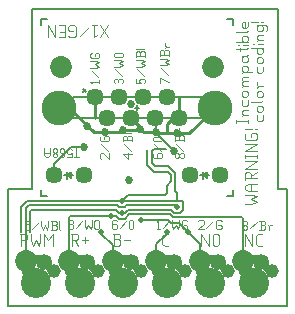
<source format=gbr>
G04 This is an RS-274x file exported by *
G04 gerbv version 2.7.0 *
G04 More information is available about gerbv at *
G04 http://gerbv.geda-project.org/ *
G04 --End of header info--*
%MOIN*%
%FSLAX36Y36*%
%IPPOS*%
G04 --Define apertures--*
%ADD10C,0.0060*%
%ADD11C,0.0030*%
%ADD12C,0.0040*%
%ADD13C,0.0050*%
%ADD14C,0.0100*%
%ADD15C,0.0250*%
%ADD16C,0.0945*%
%ADD17C,0.0669*%
%ADD18C,0.0472*%
%ADD19C,0.0394*%
%ADD20C,0.1102*%
%ADD21C,0.0512*%
%ADD22C,0.0270*%
%ADD23C,0.0200*%
%ADD24C,0.0130*%
%ADD25C,0.0787*%
%ADD26C,0.0492*%
%ADD27C,0.0295*%
%ADD28C,0.0197*%
%ADD29C,0.0354*%
%ADD30C,0.1005*%
%ADD31C,0.0729*%
%ADD32C,0.0532*%
%ADD33C,0.0454*%
%ADD34C,0.1162*%
%ADD35C,0.0572*%
%ADD36C,0.0790*%
%ADD37C,0.0490*%
%ADD38C,0.0300*%
%ADD39C,0.0510*%
%ADD40C,0.0940*%
%ADD41C,0.0350*%
G04 --Start main section--*
G54D10*
G01X0307530Y0727620D02*
G01X0291780Y0743370D01*
G01X0307530Y0743370D02*
G01X0291780Y0727620D01*
G54D11*
G01X0230920Y0533940D02*
G01X0245920Y0533940D01*
G01X0238420Y0563940D02*
G01X0238420Y0533940D01*
G01X0206920Y0533940D02*
G01X0221920Y0533940D01*
G01X0221920Y0548940D02*
G01X0221920Y0533940D01*
G01X0221920Y0548940D02*
G01X0218170Y0545190D01*
G01X0210670Y0545190D02*
G01X0218170Y0545190D01*
G01X0210670Y0545190D02*
G01X0206920Y0548940D01*
G01X0206920Y0560190D02*
G01X0206920Y0548940D01*
G01X0210670Y0563940D02*
G01X0206920Y0560190D01*
G01X0210670Y0563940D02*
G01X0218170Y0563940D01*
G01X0221920Y0560190D02*
G01X0218170Y0563940D01*
G01X0186670Y0533940D02*
G01X0182920Y0537690D01*
G01X0186670Y0533940D02*
G01X0194170Y0533940D01*
G01X0197920Y0537690D02*
G01X0194170Y0533940D01*
G01X0197920Y0560190D02*
G01X0197920Y0537690D01*
G01X0197920Y0560190D02*
G01X0194170Y0563940D01*
G01X0186670Y0547440D02*
G01X0182920Y0551190D01*
G01X0186670Y0547440D02*
G01X0197920Y0547440D01*
G01X0186670Y0563940D02*
G01X0194170Y0563940D01*
G01X0186670Y0563940D02*
G01X0182920Y0560190D01*
G01X0182920Y0560190D02*
G01X0182920Y0551190D01*
G01X0173920Y0560190D02*
G01X0170170Y0563940D01*
G01X0173920Y0560190D02*
G01X0173920Y0554190D01*
G01X0173920Y0554190D02*
G01X0168670Y0548940D01*
G01X0164170Y0548940D02*
G01X0168670Y0548940D01*
G01X0164170Y0548940D02*
G01X0158920Y0554190D01*
G01X0158920Y0560190D02*
G01X0158920Y0554190D01*
G01X0162670Y0563940D02*
G01X0158920Y0560190D01*
G01X0162670Y0563940D02*
G01X0170170Y0563940D01*
G01X0173920Y0543690D02*
G01X0168670Y0548940D01*
G01X0173920Y0543690D02*
G01X0173920Y0537690D01*
G01X0173920Y0537690D02*
G01X0170170Y0533940D01*
G01X0162670Y0533940D02*
G01X0170170Y0533940D01*
G01X0162670Y0533940D02*
G01X0158920Y0537690D01*
G01X0158920Y0543690D02*
G01X0158920Y0537690D01*
G01X0164170Y0548940D02*
G01X0158920Y0543690D01*
G01X0149920Y0563940D02*
G01X0149920Y0541440D01*
G01X0149920Y0541440D02*
G01X0144670Y0533940D01*
G01X0136420Y0533940D02*
G01X0144670Y0533940D01*
G01X0136420Y0533940D02*
G01X0131170Y0541440D01*
G01X0131170Y0563940D02*
G01X0131170Y0541440D01*
G01X0131170Y0548940D02*
G01X0149920Y0548940D01*
G01X0319570Y0529000D02*
G01X0315820Y0532750D01*
G01X0315820Y0544000D02*
G01X0315820Y0532750D01*
G01X0315820Y0544000D02*
G01X0319570Y0547750D01*
G01X0319570Y0547750D02*
G01X0327070Y0547750D01*
G01X0345820Y0529000D02*
G01X0327070Y0547750D01*
G01X0345820Y0547750D02*
G01X0345820Y0529000D01*
G01X0342070Y0556750D02*
G01X0319570Y0579250D01*
G01X0315820Y0603250D02*
G01X0319570Y0607000D01*
G01X0315820Y0603250D02*
G01X0315820Y0592000D01*
G01X0319570Y0588250D02*
G01X0315820Y0592000D01*
G01X0319570Y0588250D02*
G01X0342070Y0588250D01*
G01X0342070Y0588250D02*
G01X0345820Y0592000D01*
G01X0345820Y0603250D02*
G01X0345820Y0592000D01*
G01X0345820Y0603250D02*
G01X0342070Y0607000D01*
G01X0334570Y0607000D02*
G01X0342070Y0607000D01*
G01X0330820Y0603250D02*
G01X0334570Y0607000D01*
G01X0330820Y0603250D02*
G01X0330820Y0595750D01*
G01X0411140Y0529000D02*
G01X0392390Y0544000D01*
G01X0411140Y0547750D02*
G01X0411140Y0529000D01*
G01X0392390Y0544000D02*
G01X0422390Y0544000D01*
G01X0418640Y0556750D02*
G01X0396140Y0579250D01*
G01X0422390Y0603250D02*
G01X0422390Y0588250D01*
G01X0422390Y0603250D02*
G01X0418640Y0607000D01*
G01X0409640Y0607000D02*
G01X0418640Y0607000D01*
G01X0405890Y0603250D02*
G01X0409640Y0607000D01*
G01X0405890Y0603250D02*
G01X0405890Y0592000D01*
G01X0392390Y0592000D02*
G01X0422390Y0592000D01*
G01X0392390Y0603250D02*
G01X0392390Y0588250D01*
G01X0392390Y0603250D02*
G01X0396140Y0607000D01*
G01X0396140Y0607000D02*
G01X0402140Y0607000D01*
G01X0405890Y0603250D02*
G01X0402140Y0607000D01*
G01X0392390Y0616000D02*
G01X0418640Y0616000D01*
G01X0418640Y0616000D02*
G01X0422390Y0619750D01*
G01X0493970Y0544180D02*
G01X0497720Y0547930D01*
G01X0493970Y0544180D02*
G01X0493970Y0536680D01*
G01X0497720Y0532930D02*
G01X0493970Y0536680D01*
G01X0497720Y0532930D02*
G01X0520220Y0532930D01*
G01X0520220Y0532930D02*
G01X0523970Y0536680D01*
G01X0507470Y0544180D02*
G01X0511220Y0547930D01*
G01X0507470Y0544180D02*
G01X0507470Y0532930D01*
G01X0523970Y0544180D02*
G01X0523970Y0536680D01*
G01X0523970Y0544180D02*
G01X0520220Y0547930D01*
G01X0511220Y0547930D02*
G01X0520220Y0547930D01*
G01X0520220Y0556930D02*
G01X0497720Y0579430D01*
G01X0497720Y0588430D02*
G01X0520220Y0588430D01*
G01X0497720Y0588430D02*
G01X0493970Y0592180D01*
G01X0493970Y0599680D02*
G01X0493970Y0592180D01*
G01X0493970Y0599680D02*
G01X0497720Y0603430D01*
G01X0497720Y0603430D02*
G01X0520220Y0603430D01*
G01X0523970Y0599680D02*
G01X0520220Y0603430D01*
G01X0523970Y0599680D02*
G01X0523970Y0592180D01*
G01X0520220Y0588430D02*
G01X0523970Y0592180D01*
G01X0592860Y0532930D02*
G01X0596610Y0536680D01*
G01X0586860Y0532930D02*
G01X0592860Y0532930D01*
G01X0586860Y0532930D02*
G01X0581610Y0538180D01*
G01X0581610Y0542680D02*
G01X0581610Y0538180D01*
G01X0581610Y0542680D02*
G01X0586860Y0547930D01*
G01X0586860Y0547930D02*
G01X0592860Y0547930D01*
G01X0596610Y0544180D02*
G01X0592860Y0547930D01*
G01X0596610Y0544180D02*
G01X0596610Y0536680D01*
G01X0576360Y0532930D02*
G01X0581610Y0538180D01*
G01X0570360Y0532930D02*
G01X0576360Y0532930D01*
G01X0570360Y0532930D02*
G01X0566610Y0536680D01*
G01X0566610Y0544180D02*
G01X0566610Y0536680D01*
G01X0566610Y0544180D02*
G01X0570360Y0547930D01*
G01X0570360Y0547930D02*
G01X0576360Y0547930D01*
G01X0581610Y0542680D02*
G01X0576360Y0547930D01*
G01X0592860Y0556930D02*
G01X0570360Y0579430D01*
G01X0596610Y0603430D02*
G01X0596610Y0588430D01*
G01X0596610Y0603430D02*
G01X0592860Y0607180D01*
G01X0583860Y0607180D02*
G01X0592860Y0607180D01*
G01X0580110Y0603430D02*
G01X0583860Y0607180D01*
G01X0580110Y0603430D02*
G01X0580110Y0592180D01*
G01X0566610Y0592180D02*
G01X0596610Y0592180D01*
G01X0566610Y0603430D02*
G01X0566610Y0588430D01*
G01X0566610Y0603430D02*
G01X0570360Y0607180D01*
G01X0570360Y0607180D02*
G01X0576360Y0607180D01*
G01X0580110Y0603430D02*
G01X0576360Y0607180D01*
G01X0585360Y0619930D02*
G01X0596610Y0619930D01*
G01X0585360Y0619930D02*
G01X0581610Y0623680D01*
G01X0581610Y0631180D02*
G01X0581610Y0623680D01*
G01X0581610Y0616180D02*
G01X0585360Y0619930D01*
G54D12*
G01X0800000Y0280000D02*
G01X0800000Y0240000D01*
G01X0800000Y0280000D02*
G01X0825000Y0240000D01*
G01X0825000Y0280000D02*
G01X0825000Y0240000D01*
G01X0844000Y0240000D02*
G01X0857000Y0240000D01*
G01X0837000Y0247000D02*
G01X0844000Y0240000D01*
G01X0837000Y0273000D02*
G01X0837000Y0247000D01*
G01X0837000Y0273000D02*
G01X0844000Y0280000D01*
G01X0844000Y0280000D02*
G01X0857000Y0280000D01*
G54D11*
G01X0792930Y0297140D02*
G01X0796680Y0293390D01*
G01X0792930Y0303140D02*
G01X0792930Y0297140D01*
G01X0792930Y0303140D02*
G01X0798180Y0308390D01*
G01X0798180Y0308390D02*
G01X0802680Y0308390D01*
G01X0802680Y0308390D02*
G01X0807930Y0303140D01*
G01X0807930Y0303140D02*
G01X0807930Y0297140D01*
G01X0804180Y0293390D02*
G01X0807930Y0297140D01*
G01X0796680Y0293390D02*
G01X0804180Y0293390D01*
G01X0792930Y0313640D02*
G01X0798180Y0308390D01*
G01X0792930Y0319640D02*
G01X0792930Y0313640D01*
G01X0792930Y0319640D02*
G01X0796680Y0323390D01*
G01X0796680Y0323390D02*
G01X0804180Y0323390D01*
G01X0804180Y0323390D02*
G01X0807930Y0319640D01*
G01X0807930Y0319640D02*
G01X0807930Y0313640D01*
G01X0802680Y0308390D02*
G01X0807930Y0313640D01*
G01X0816930Y0297140D02*
G01X0839430Y0319640D01*
G01X0848430Y0293390D02*
G01X0863430Y0293390D01*
G01X0863430Y0293390D02*
G01X0867180Y0297140D01*
G01X0867180Y0306140D02*
G01X0867180Y0297140D01*
G01X0863430Y0309890D02*
G01X0867180Y0306140D01*
G01X0852180Y0309890D02*
G01X0863430Y0309890D01*
G01X0852180Y0323390D02*
G01X0852180Y0293390D01*
G01X0848430Y0323390D02*
G01X0863430Y0323390D01*
G01X0863430Y0323390D02*
G01X0867180Y0319640D01*
G01X0867180Y0319640D02*
G01X0867180Y0313640D01*
G01X0863430Y0309890D02*
G01X0867180Y0313640D01*
G01X0879930Y0304640D02*
G01X0879930Y0293390D01*
G01X0879930Y0304640D02*
G01X0883680Y0308390D01*
G01X0883680Y0308390D02*
G01X0891180Y0308390D01*
G01X0876180Y0308390D02*
G01X0879930Y0304640D01*
G54D12*
G01X0800000Y0380000D02*
G01X0820000Y0380000D01*
G01X0820000Y0380000D02*
G01X0840000Y0385000D01*
G01X0840000Y0385000D02*
G01X0820000Y0395000D01*
G01X0820000Y0395000D02*
G01X0840000Y0405000D01*
G01X0840000Y0405000D02*
G01X0820000Y0410000D01*
G01X0800000Y0410000D02*
G01X0820000Y0410000D01*
G01X0810000Y0422000D02*
G01X0840000Y0422000D01*
G01X0810000Y0422000D02*
G01X0800000Y0429000D01*
G01X0800000Y0440000D02*
G01X0800000Y0429000D01*
G01X0800000Y0440000D02*
G01X0810000Y0447000D01*
G01X0810000Y0447000D02*
G01X0840000Y0447000D01*
G01X0820000Y0447000D02*
G01X0820000Y0422000D01*
G01X0800000Y0479000D02*
G01X0800000Y0459000D01*
G01X0800000Y0479000D02*
G01X0805000Y0484000D01*
G01X0805000Y0484000D02*
G01X0815000Y0484000D01*
G01X0820000Y0479000D02*
G01X0815000Y0484000D01*
G01X0820000Y0479000D02*
G01X0820000Y0464000D01*
G01X0800000Y0464000D02*
G01X0840000Y0464000D01*
G01X0820000Y0472000D02*
G01X0840000Y0484000D01*
G01X0800000Y0496000D02*
G01X0840000Y0496000D01*
G01X0800000Y0496000D02*
G01X0840000Y0521000D01*
G01X0800000Y0521000D02*
G01X0840000Y0521000D01*
G01X0800000Y0543000D02*
G01X0800000Y0533000D01*
G01X0800000Y0538000D02*
G01X0840000Y0538000D01*
G01X0840000Y0543000D02*
G01X0840000Y0533000D01*
G01X0800000Y0555000D02*
G01X0840000Y0555000D01*
G01X0800000Y0555000D02*
G01X0840000Y0580000D01*
G01X0800000Y0580000D02*
G01X0840000Y0580000D01*
G01X0800000Y0612000D02*
G01X0805000Y0617000D01*
G01X0800000Y0612000D02*
G01X0800000Y0597000D01*
G01X0805000Y0592000D02*
G01X0800000Y0597000D01*
G01X0805000Y0592000D02*
G01X0835000Y0592000D01*
G01X0835000Y0592000D02*
G01X0840000Y0597000D01*
G01X0840000Y0612000D02*
G01X0840000Y0597000D01*
G01X0840000Y0612000D02*
G01X0835000Y0617000D01*
G01X0825000Y0617000D02*
G01X0835000Y0617000D01*
G01X0820000Y0612000D02*
G01X0825000Y0617000D01*
G01X0820000Y0612000D02*
G01X0820000Y0602000D01*
G01X0835000Y0629000D02*
G01X0840000Y0629000D01*
G01X0800000Y0629000D02*
G01X0825000Y0629000D01*
G01X0655000Y0280000D02*
G01X0655000Y0240000D01*
G01X0655000Y0280000D02*
G01X0680000Y0240000D01*
G01X0680000Y0280000D02*
G01X0680000Y0240000D01*
G01X0692000Y0275000D02*
G01X0692000Y0245000D01*
G01X0692000Y0275000D02*
G01X0697000Y0280000D01*
G01X0697000Y0280000D02*
G01X0707000Y0280000D01*
G01X0707000Y0280000D02*
G01X0712000Y0275000D01*
G01X0712000Y0275000D02*
G01X0712000Y0245000D01*
G01X0707000Y0240000D02*
G01X0712000Y0245000D01*
G01X0697000Y0240000D02*
G01X0707000Y0240000D01*
G01X0692000Y0245000D02*
G01X0697000Y0240000D01*
G01X0532000Y0240000D02*
G01X0545000Y0240000D01*
G01X0525000Y0247000D02*
G01X0532000Y0240000D01*
G01X0525000Y0273000D02*
G01X0525000Y0247000D01*
G01X0525000Y0273000D02*
G01X0532000Y0280000D01*
G01X0532000Y0280000D02*
G01X0545000Y0280000D01*
G01X0360000Y0240000D02*
G01X0380000Y0240000D01*
G01X0380000Y0240000D02*
G01X0385000Y0245000D01*
G01X0385000Y0257000D02*
G01X0385000Y0245000D01*
G01X0380000Y0262000D02*
G01X0385000Y0257000D01*
G01X0365000Y0262000D02*
G01X0380000Y0262000D01*
G01X0365000Y0280000D02*
G01X0365000Y0240000D01*
G01X0360000Y0280000D02*
G01X0380000Y0280000D01*
G01X0380000Y0280000D02*
G01X0385000Y0275000D01*
G01X0385000Y0275000D02*
G01X0385000Y0267000D01*
G01X0380000Y0262000D02*
G01X0385000Y0267000D01*
G01X0397000Y0260000D02*
G01X0417000Y0260000D01*
G01X0220000Y0280000D02*
G01X0240000Y0280000D01*
G01X0240000Y0280000D02*
G01X0245000Y0275000D01*
G01X0245000Y0275000D02*
G01X0245000Y0265000D01*
G01X0240000Y0260000D02*
G01X0245000Y0265000D01*
G01X0225000Y0260000D02*
G01X0240000Y0260000D01*
G01X0225000Y0280000D02*
G01X0225000Y0240000D01*
G01X0233000Y0260000D02*
G01X0245000Y0240000D01*
G01X0257000Y0260000D02*
G01X0277000Y0260000D01*
G01X0267000Y0270000D02*
G01X0267000Y0250000D01*
G01X0055000Y0280000D02*
G01X0055000Y0240000D01*
G01X0050000Y0280000D02*
G01X0070000Y0280000D01*
G01X0070000Y0280000D02*
G01X0075000Y0275000D01*
G01X0075000Y0275000D02*
G01X0075000Y0265000D01*
G01X0070000Y0260000D02*
G01X0075000Y0265000D01*
G01X0055000Y0260000D02*
G01X0070000Y0260000D01*
G01X0087000Y0280000D02*
G01X0087000Y0260000D01*
G01X0087000Y0260000D02*
G01X0092000Y0240000D01*
G01X0092000Y0240000D02*
G01X0102000Y0260000D01*
G01X0102000Y0260000D02*
G01X0112000Y0240000D01*
G01X0112000Y0240000D02*
G01X0117000Y0260000D01*
G01X0117000Y0280000D02*
G01X0117000Y0260000D01*
G01X0129000Y0280000D02*
G01X0129000Y0240000D01*
G01X0129000Y0280000D02*
G01X0144000Y0260000D01*
G01X0144000Y0260000D02*
G01X0159000Y0280000D01*
G01X0159000Y0280000D02*
G01X0159000Y0240000D01*
G54D11*
G01X0211360Y0321610D02*
G01X0215110Y0325360D01*
G01X0215110Y0325360D02*
G01X0222610Y0325360D01*
G01X0222610Y0325360D02*
G01X0226360Y0321610D01*
G01X0222610Y0295360D02*
G01X0226360Y0299110D01*
G01X0215110Y0295360D02*
G01X0222610Y0295360D01*
G01X0211360Y0299110D02*
G01X0215110Y0295360D01*
G01X0215110Y0311860D02*
G01X0222610Y0311860D01*
G01X0226360Y0321610D02*
G01X0226360Y0315610D01*
G01X0226360Y0308110D02*
G01X0226360Y0299110D01*
G01X0226360Y0308110D02*
G01X0222610Y0311860D01*
G01X0226360Y0315610D02*
G01X0222610Y0311860D01*
G01X0235360Y0299110D02*
G01X0257860Y0321610D01*
G01X0266860Y0325360D02*
G01X0266860Y0310360D01*
G01X0266860Y0310360D02*
G01X0270610Y0295360D01*
G01X0270610Y0295360D02*
G01X0278110Y0310360D01*
G01X0278110Y0310360D02*
G01X0285610Y0295360D01*
G01X0285610Y0295360D02*
G01X0289360Y0310360D01*
G01X0289360Y0325360D02*
G01X0289360Y0310360D01*
G01X0298360Y0321610D02*
G01X0298360Y0299110D01*
G01X0298360Y0321610D02*
G01X0302110Y0325360D01*
G01X0302110Y0325360D02*
G01X0309610Y0325360D01*
G01X0309610Y0325360D02*
G01X0313360Y0321610D01*
G01X0313360Y0321610D02*
G01X0313360Y0299110D01*
G01X0309610Y0295360D02*
G01X0313360Y0299110D01*
G01X0302110Y0295360D02*
G01X0309610Y0295360D01*
G01X0298360Y0299110D02*
G01X0302110Y0295360D01*
G01X0066360Y0322720D02*
G01X0081360Y0322720D01*
G01X0066360Y0322720D02*
G01X0066360Y0307720D01*
G01X0066360Y0307720D02*
G01X0070110Y0311470D01*
G01X0070110Y0311470D02*
G01X0077610Y0311470D01*
G01X0077610Y0311470D02*
G01X0081360Y0307720D01*
G01X0081360Y0307720D02*
G01X0081360Y0296470D01*
G01X0077610Y0292720D02*
G01X0081360Y0296470D01*
G01X0070110Y0292720D02*
G01X0077610Y0292720D01*
G01X0066360Y0296470D02*
G01X0070110Y0292720D01*
G01X0090360Y0296470D02*
G01X0112860Y0318970D01*
G01X0121860Y0322720D02*
G01X0121860Y0307720D01*
G01X0121860Y0307720D02*
G01X0125610Y0292720D01*
G01X0125610Y0292720D02*
G01X0133110Y0307720D01*
G01X0133110Y0307720D02*
G01X0140610Y0292720D01*
G01X0140610Y0292720D02*
G01X0144360Y0307720D01*
G01X0144360Y0322720D02*
G01X0144360Y0307720D01*
G01X0153360Y0292720D02*
G01X0168360Y0292720D01*
G01X0168360Y0292720D02*
G01X0172110Y0296470D01*
G01X0172110Y0305470D02*
G01X0172110Y0296470D01*
G01X0168360Y0309220D02*
G01X0172110Y0305470D01*
G01X0157110Y0309220D02*
G01X0168360Y0309220D01*
G01X0157110Y0322720D02*
G01X0157110Y0292720D01*
G01X0153360Y0322720D02*
G01X0168360Y0322720D01*
G01X0168360Y0322720D02*
G01X0172110Y0318970D01*
G01X0172110Y0318970D02*
G01X0172110Y0312970D01*
G01X0168360Y0309220D02*
G01X0172110Y0312970D01*
G01X0181110Y0322720D02*
G01X0181110Y0296470D01*
G01X0181110Y0296470D02*
G01X0184860Y0292720D01*
G01X0369180Y0326030D02*
G01X0372930Y0322280D01*
G01X0361680Y0326030D02*
G01X0369180Y0326030D01*
G01X0357930Y0322280D02*
G01X0361680Y0326030D01*
G01X0357930Y0322280D02*
G01X0357930Y0299780D01*
G01X0357930Y0299780D02*
G01X0361680Y0296030D01*
G01X0369180Y0312530D02*
G01X0372930Y0308780D01*
G01X0357930Y0312530D02*
G01X0369180Y0312530D01*
G01X0361680Y0296030D02*
G01X0369180Y0296030D01*
G01X0369180Y0296030D02*
G01X0372930Y0299780D01*
G01X0372930Y0308780D02*
G01X0372930Y0299780D01*
G01X0381930Y0299780D02*
G01X0404430Y0322280D01*
G01X0413430Y0322280D02*
G01X0413430Y0299780D01*
G01X0413430Y0322280D02*
G01X0417180Y0326030D01*
G01X0417180Y0326030D02*
G01X0424680Y0326030D01*
G01X0424680Y0326030D02*
G01X0428430Y0322280D01*
G01X0428430Y0322280D02*
G01X0428430Y0299780D01*
G01X0424680Y0296030D02*
G01X0428430Y0299780D01*
G01X0417180Y0296030D02*
G01X0424680Y0296030D01*
G01X0413430Y0299780D02*
G01X0417180Y0296030D01*
G01X0505770Y0318890D02*
G01X0511770Y0324890D01*
G01X0511770Y0324890D02*
G01X0511770Y0294890D01*
G01X0505770Y0294890D02*
G01X0517020Y0294890D01*
G01X0526020Y0298640D02*
G01X0548520Y0321140D01*
G01X0557520Y0324890D02*
G01X0557520Y0309890D01*
G01X0557520Y0309890D02*
G01X0561270Y0294890D01*
G01X0561270Y0294890D02*
G01X0568770Y0309890D01*
G01X0568770Y0309890D02*
G01X0576270Y0294890D01*
G01X0576270Y0294890D02*
G01X0580020Y0309890D01*
G01X0580020Y0324890D02*
G01X0580020Y0309890D01*
G01X0604020Y0324890D02*
G01X0607770Y0321140D01*
G01X0592770Y0324890D02*
G01X0604020Y0324890D01*
G01X0589020Y0321140D02*
G01X0592770Y0324890D01*
G01X0589020Y0321140D02*
G01X0589020Y0298640D01*
G01X0589020Y0298640D02*
G01X0592770Y0294890D01*
G01X0592770Y0294890D02*
G01X0604020Y0294890D01*
G01X0604020Y0294890D02*
G01X0607770Y0298640D01*
G01X0607770Y0306140D02*
G01X0607770Y0298640D01*
G01X0604020Y0309890D02*
G01X0607770Y0306140D01*
G01X0596520Y0309890D02*
G01X0604020Y0309890D01*
G01X0644000Y0320430D02*
G01X0647750Y0324180D01*
G01X0647750Y0324180D02*
G01X0659000Y0324180D01*
G01X0659000Y0324180D02*
G01X0662750Y0320430D01*
G01X0662750Y0320430D02*
G01X0662750Y0312930D01*
G01X0644000Y0294180D02*
G01X0662750Y0312930D01*
G01X0644000Y0294180D02*
G01X0662750Y0294180D01*
G01X0671750Y0297930D02*
G01X0694250Y0320430D01*
G01X0718250Y0324180D02*
G01X0722000Y0320430D01*
G01X0707000Y0324180D02*
G01X0718250Y0324180D01*
G01X0703250Y0320430D02*
G01X0707000Y0324180D01*
G01X0703250Y0320430D02*
G01X0703250Y0297930D01*
G01X0703250Y0297930D02*
G01X0707000Y0294180D01*
G01X0707000Y0294180D02*
G01X0718250Y0294180D01*
G01X0718250Y0294180D02*
G01X0722000Y0297930D01*
G01X0722000Y0305430D02*
G01X0722000Y0297930D01*
G01X0718250Y0309180D02*
G01X0722000Y0305430D01*
G01X0710750Y0309180D02*
G01X0718250Y0309180D01*
G01X0291110Y0780770D02*
G01X0285110Y0786770D01*
G01X0285110Y0786770D02*
G01X0315110Y0786770D01*
G01X0315110Y0792020D02*
G01X0315110Y0780770D01*
G01X0311360Y0801020D02*
G01X0288860Y0823520D01*
G01X0285110Y0832520D02*
G01X0300110Y0832520D01*
G01X0300110Y0832520D02*
G01X0315110Y0836270D01*
G01X0315110Y0836270D02*
G01X0300110Y0843770D01*
G01X0300110Y0843770D02*
G01X0315110Y0851270D01*
G01X0315110Y0851270D02*
G01X0300110Y0855020D01*
G01X0285110Y0855020D02*
G01X0300110Y0855020D01*
G01X0285110Y0879020D02*
G01X0288860Y0882770D01*
G01X0285110Y0879020D02*
G01X0285110Y0867770D01*
G01X0288860Y0864020D02*
G01X0285110Y0867770D01*
G01X0288860Y0864020D02*
G01X0311360Y0864020D01*
G01X0311360Y0864020D02*
G01X0315110Y0867770D01*
G01X0315110Y0879020D02*
G01X0315110Y0867770D01*
G01X0315110Y0879020D02*
G01X0311360Y0882770D01*
G01X0303860Y0882770D02*
G01X0311360Y0882770D01*
G01X0300110Y0879020D02*
G01X0303860Y0882770D01*
G01X0300110Y0879020D02*
G01X0300110Y0871520D01*
G01X0368390Y0781360D02*
G01X0364640Y0785110D01*
G01X0364640Y0792610D02*
G01X0364640Y0785110D01*
G01X0364640Y0792610D02*
G01X0368390Y0796360D01*
G01X0394640Y0792610D02*
G01X0390890Y0796360D01*
G01X0394640Y0792610D02*
G01X0394640Y0785110D01*
G01X0390890Y0781360D02*
G01X0394640Y0785110D01*
G01X0378140Y0792610D02*
G01X0378140Y0785110D01*
G01X0368390Y0796360D02*
G01X0374390Y0796360D01*
G01X0381890Y0796360D02*
G01X0390890Y0796360D01*
G01X0381890Y0796360D02*
G01X0378140Y0792610D01*
G01X0374390Y0796360D02*
G01X0378140Y0792610D01*
G01X0390890Y0805360D02*
G01X0368390Y0827860D01*
G01X0364640Y0836860D02*
G01X0379640Y0836860D01*
G01X0379640Y0836860D02*
G01X0394640Y0840610D01*
G01X0394640Y0840610D02*
G01X0379640Y0848110D01*
G01X0379640Y0848110D02*
G01X0394640Y0855610D01*
G01X0394640Y0855610D02*
G01X0379640Y0859360D01*
G01X0364640Y0859360D02*
G01X0379640Y0859360D01*
G01X0368390Y0868360D02*
G01X0390890Y0868360D01*
G01X0368390Y0868360D02*
G01X0364640Y0872110D01*
G01X0364640Y0879610D02*
G01X0364640Y0872110D01*
G01X0364640Y0879610D02*
G01X0368390Y0883360D01*
G01X0368390Y0883360D02*
G01X0390890Y0883360D01*
G01X0394640Y0879610D02*
G01X0390890Y0883360D01*
G01X0394640Y0879610D02*
G01X0394640Y0872110D01*
G01X0390890Y0868360D02*
G01X0394640Y0872110D01*
G01X0437280Y0796360D02*
G01X0437280Y0781360D01*
G01X0437280Y0781360D02*
G01X0452280Y0781360D01*
G01X0452280Y0781360D02*
G01X0448530Y0785110D01*
G01X0448530Y0792610D02*
G01X0448530Y0785110D01*
G01X0448530Y0792610D02*
G01X0452280Y0796360D01*
G01X0452280Y0796360D02*
G01X0463530Y0796360D01*
G01X0467280Y0792610D02*
G01X0463530Y0796360D01*
G01X0467280Y0792610D02*
G01X0467280Y0785110D01*
G01X0463530Y0781360D02*
G01X0467280Y0785110D01*
G01X0463530Y0805360D02*
G01X0441030Y0827860D01*
G01X0437280Y0836860D02*
G01X0452280Y0836860D01*
G01X0452280Y0836860D02*
G01X0467280Y0840610D01*
G01X0467280Y0840610D02*
G01X0452280Y0848110D01*
G01X0452280Y0848110D02*
G01X0467280Y0855610D01*
G01X0467280Y0855610D02*
G01X0452280Y0859360D01*
G01X0437280Y0859360D02*
G01X0452280Y0859360D01*
G01X0467280Y0883360D02*
G01X0467280Y0868360D01*
G01X0467280Y0883360D02*
G01X0463530Y0887110D01*
G01X0454530Y0887110D02*
G01X0463530Y0887110D01*
G01X0450780Y0883360D02*
G01X0454530Y0887110D01*
G01X0450780Y0883360D02*
G01X0450780Y0872110D01*
G01X0437280Y0872110D02*
G01X0467280Y0872110D01*
G01X0437280Y0883360D02*
G01X0437280Y0868360D01*
G01X0437280Y0883360D02*
G01X0441030Y0887110D01*
G01X0441030Y0887110D02*
G01X0447030Y0887110D01*
G01X0450780Y0883360D02*
G01X0447030Y0887110D01*
G01X0437280Y0896110D02*
G01X0463530Y0896110D01*
G01X0463530Y0896110D02*
G01X0467280Y0899860D01*
G01X0547790Y0785110D02*
G01X0517790Y0800110D01*
G01X0517790Y0800110D02*
G01X0517790Y0781360D01*
G01X0544040Y0809110D02*
G01X0521540Y0831610D01*
G01X0517790Y0840610D02*
G01X0532790Y0840610D01*
G01X0532790Y0840610D02*
G01X0547790Y0844360D01*
G01X0547790Y0844360D02*
G01X0532790Y0851860D01*
G01X0532790Y0851860D02*
G01X0547790Y0859360D01*
G01X0547790Y0859360D02*
G01X0532790Y0863110D01*
G01X0517790Y0863110D02*
G01X0532790Y0863110D01*
G01X0547790Y0887110D02*
G01X0547790Y0872110D01*
G01X0547790Y0887110D02*
G01X0544040Y0890860D01*
G01X0535040Y0890860D02*
G01X0544040Y0890860D01*
G01X0531290Y0887110D02*
G01X0535040Y0890860D01*
G01X0531290Y0887110D02*
G01X0531290Y0875860D01*
G01X0517790Y0875860D02*
G01X0547790Y0875860D01*
G01X0517790Y0887110D02*
G01X0517790Y0872110D01*
G01X0517790Y0887110D02*
G01X0521540Y0890860D01*
G01X0521540Y0890860D02*
G01X0527540Y0890860D01*
G01X0531290Y0887110D02*
G01X0527540Y0890860D01*
G01X0536540Y0903610D02*
G01X0547790Y0903610D01*
G01X0536540Y0903610D02*
G01X0532790Y0907360D01*
G01X0532790Y0914860D02*
G01X0532790Y0907360D01*
G01X0532790Y0899860D02*
G01X0536540Y0903610D01*
G54D12*
G01X0840000Y0675000D02*
G01X0840000Y0660000D01*
G01X0845000Y0655000D02*
G01X0840000Y0660000D01*
G01X0845000Y0655000D02*
G01X0855000Y0655000D01*
G01X0855000Y0655000D02*
G01X0860000Y0660000D01*
G01X0860000Y0675000D02*
G01X0860000Y0660000D01*
G01X0845000Y0687000D02*
G01X0855000Y0687000D01*
G01X0845000Y0687000D02*
G01X0840000Y0692000D01*
G01X0840000Y0702000D02*
G01X0840000Y0692000D01*
G01X0840000Y0702000D02*
G01X0845000Y0707000D01*
G01X0845000Y0707000D02*
G01X0855000Y0707000D01*
G01X0860000Y0702000D02*
G01X0855000Y0707000D01*
G01X0860000Y0702000D02*
G01X0860000Y0692000D01*
G01X0855000Y0687000D02*
G01X0860000Y0692000D01*
G01X0820000Y0719000D02*
G01X0855000Y0719000D01*
G01X0855000Y0719000D02*
G01X0860000Y0724000D01*
G01X0845000Y0734000D02*
G01X0855000Y0734000D01*
G01X0845000Y0734000D02*
G01X0840000Y0739000D01*
G01X0840000Y0749000D02*
G01X0840000Y0739000D01*
G01X0840000Y0749000D02*
G01X0845000Y0754000D01*
G01X0845000Y0754000D02*
G01X0855000Y0754000D01*
G01X0860000Y0749000D02*
G01X0855000Y0754000D01*
G01X0860000Y0749000D02*
G01X0860000Y0739000D01*
G01X0855000Y0734000D02*
G01X0860000Y0739000D01*
G01X0845000Y0771000D02*
G01X0860000Y0771000D01*
G01X0845000Y0771000D02*
G01X0840000Y0776000D01*
G01X0840000Y0786000D02*
G01X0840000Y0776000D01*
G01X0840000Y0766000D02*
G01X0845000Y0771000D01*
G01X0840000Y0836000D02*
G01X0840000Y0821000D01*
G01X0845000Y0816000D02*
G01X0840000Y0821000D01*
G01X0845000Y0816000D02*
G01X0855000Y0816000D01*
G01X0855000Y0816000D02*
G01X0860000Y0821000D01*
G01X0860000Y0836000D02*
G01X0860000Y0821000D01*
G01X0845000Y0848000D02*
G01X0855000Y0848000D01*
G01X0845000Y0848000D02*
G01X0840000Y0853000D01*
G01X0840000Y0863000D02*
G01X0840000Y0853000D01*
G01X0840000Y0863000D02*
G01X0845000Y0868000D01*
G01X0845000Y0868000D02*
G01X0855000Y0868000D01*
G01X0860000Y0863000D02*
G01X0855000Y0868000D01*
G01X0860000Y0863000D02*
G01X0860000Y0853000D01*
G01X0855000Y0848000D02*
G01X0860000Y0853000D01*
G01X0820000Y0900000D02*
G01X0860000Y0900000D01*
G01X0860000Y0895000D02*
G01X0855000Y0900000D01*
G01X0860000Y0895000D02*
G01X0860000Y0885000D01*
G01X0855000Y0880000D02*
G01X0860000Y0885000D01*
G01X0845000Y0880000D02*
G01X0855000Y0880000D01*
G01X0845000Y0880000D02*
G01X0840000Y0885000D01*
G01X0840000Y0895000D02*
G01X0840000Y0885000D01*
G01X0840000Y0895000D02*
G01X0845000Y0900000D01*
G54D13*
G01X0830000Y0912000D02*
G01X0831000Y0912000D01*
G54D12*
G01X0845000Y0912000D02*
G01X0860000Y0912000D01*
G01X0845000Y0927000D02*
G01X0860000Y0927000D01*
G01X0845000Y0927000D02*
G01X0840000Y0932000D01*
G01X0840000Y0937000D02*
G01X0840000Y0932000D01*
G01X0840000Y0937000D02*
G01X0845000Y0942000D01*
G01X0845000Y0942000D02*
G01X0860000Y0942000D01*
G01X0840000Y0922000D02*
G01X0845000Y0927000D01*
G01X0840000Y0969000D02*
G01X0845000Y0974000D01*
G01X0840000Y0969000D02*
G01X0840000Y0959000D01*
G01X0845000Y0954000D02*
G01X0840000Y0959000D01*
G01X0845000Y0954000D02*
G01X0855000Y0954000D01*
G01X0855000Y0954000D02*
G01X0860000Y0959000D01*
G01X0860000Y0969000D02*
G01X0860000Y0959000D01*
G01X0860000Y0969000D02*
G01X0855000Y0974000D01*
G01X0870000Y0954000D02*
G01X0875000Y0959000D01*
G01X0875000Y0969000D02*
G01X0875000Y0959000D01*
G01X0875000Y0969000D02*
G01X0870000Y0974000D01*
G01X0840000Y0974000D02*
G01X0870000Y0974000D01*
G01X0855000Y0986000D02*
G01X0860000Y0986000D01*
G01X0820000Y0986000D02*
G01X0845000Y0986000D01*
G01X0770000Y0660000D02*
G01X0770000Y0650000D01*
G01X0770000Y0655000D02*
G01X0810000Y0655000D01*
G01X0810000Y0660000D02*
G01X0810000Y0650000D01*
G01X0795000Y0677000D02*
G01X0810000Y0677000D01*
G01X0795000Y0677000D02*
G01X0790000Y0682000D01*
G01X0790000Y0687000D02*
G01X0790000Y0682000D01*
G01X0790000Y0687000D02*
G01X0795000Y0692000D01*
G01X0795000Y0692000D02*
G01X0810000Y0692000D01*
G01X0790000Y0672000D02*
G01X0795000Y0677000D01*
G01X0790000Y0724000D02*
G01X0790000Y0709000D01*
G01X0795000Y0704000D02*
G01X0790000Y0709000D01*
G01X0795000Y0704000D02*
G01X0805000Y0704000D01*
G01X0805000Y0704000D02*
G01X0810000Y0709000D01*
G01X0810000Y0724000D02*
G01X0810000Y0709000D01*
G01X0795000Y0736000D02*
G01X0805000Y0736000D01*
G01X0795000Y0736000D02*
G01X0790000Y0741000D01*
G01X0790000Y0751000D02*
G01X0790000Y0741000D01*
G01X0790000Y0751000D02*
G01X0795000Y0756000D01*
G01X0795000Y0756000D02*
G01X0805000Y0756000D01*
G01X0810000Y0751000D02*
G01X0805000Y0756000D01*
G01X0810000Y0751000D02*
G01X0810000Y0741000D01*
G01X0805000Y0736000D02*
G01X0810000Y0741000D01*
G01X0795000Y0773000D02*
G01X0810000Y0773000D01*
G01X0795000Y0773000D02*
G01X0790000Y0778000D01*
G01X0790000Y0783000D02*
G01X0790000Y0778000D01*
G01X0790000Y0783000D02*
G01X0795000Y0788000D01*
G01X0795000Y0788000D02*
G01X0810000Y0788000D01*
G01X0795000Y0788000D02*
G01X0790000Y0793000D01*
G01X0790000Y0798000D02*
G01X0790000Y0793000D01*
G01X0790000Y0798000D02*
G01X0795000Y0803000D01*
G01X0795000Y0803000D02*
G01X0810000Y0803000D01*
G01X0790000Y0768000D02*
G01X0795000Y0773000D01*
G01X0795000Y0820000D02*
G01X0825000Y0820000D01*
G01X0790000Y0815000D02*
G01X0795000Y0820000D01*
G01X0795000Y0820000D02*
G01X0790000Y0825000D01*
G01X0790000Y0835000D02*
G01X0790000Y0825000D01*
G01X0790000Y0835000D02*
G01X0795000Y0840000D01*
G01X0795000Y0840000D02*
G01X0805000Y0840000D01*
G01X0810000Y0835000D02*
G01X0805000Y0840000D01*
G01X0810000Y0835000D02*
G01X0810000Y0825000D01*
G01X0805000Y0820000D02*
G01X0810000Y0825000D01*
G01X0790000Y0867000D02*
G01X0795000Y0872000D01*
G01X0790000Y0867000D02*
G01X0790000Y0857000D01*
G01X0795000Y0852000D02*
G01X0790000Y0857000D01*
G01X0795000Y0852000D02*
G01X0805000Y0852000D01*
G01X0805000Y0852000D02*
G01X0810000Y0857000D01*
G01X0790000Y0872000D02*
G01X0805000Y0872000D01*
G01X0805000Y0872000D02*
G01X0810000Y0877000D01*
G01X0810000Y0867000D02*
G01X0810000Y0857000D01*
G01X0810000Y0867000D02*
G01X0805000Y0872000D01*
G01X0770000Y0894000D02*
G01X0805000Y0894000D01*
G01X0805000Y0894000D02*
G01X0810000Y0899000D01*
G01X0785000Y0899000D02*
G01X0785000Y0889000D01*
G54D13*
G01X0780000Y0909000D02*
G01X0781000Y0909000D01*
G54D12*
G01X0795000Y0909000D02*
G01X0810000Y0909000D01*
G01X0770000Y0919000D02*
G01X0810000Y0919000D01*
G01X0805000Y0919000D02*
G01X0810000Y0924000D01*
G01X0810000Y0934000D02*
G01X0810000Y0924000D01*
G01X0810000Y0934000D02*
G01X0805000Y0939000D01*
G01X0795000Y0939000D02*
G01X0805000Y0939000D01*
G01X0790000Y0934000D02*
G01X0795000Y0939000D01*
G01X0790000Y0934000D02*
G01X0790000Y0924000D01*
G01X0795000Y0919000D02*
G01X0790000Y0924000D01*
G01X0770000Y0951000D02*
G01X0805000Y0951000D01*
G01X0805000Y0951000D02*
G01X0810000Y0956000D01*
G01X0810000Y0986000D02*
G01X0810000Y0971000D01*
G01X0805000Y0966000D02*
G01X0810000Y0971000D01*
G01X0795000Y0966000D02*
G01X0805000Y0966000D01*
G01X0795000Y0966000D02*
G01X0790000Y0971000D01*
G01X0790000Y0981000D02*
G01X0790000Y0971000D01*
G01X0790000Y0981000D02*
G01X0795000Y0986000D01*
G01X0800000Y0986000D02*
G01X0800000Y0966000D01*
G01X0795000Y0986000D02*
G01X0800000Y0986000D01*
G54D10*
G01X0672440Y0475200D02*
G01X0680310Y0475200D01*
G01X0650790Y0475200D02*
G01X0658660Y0475200D01*
G01X0658660Y0487010D02*
G01X0658660Y0463390D01*
G01X0672440Y0485040D02*
G01X0672440Y0465350D01*
G01X0662600Y0475200D02*
G01X0672440Y0485040D01*
G01X0672440Y0465350D02*
G01X0662600Y0475200D01*
G01X0219490Y0464610D02*
G01X0209650Y0474450D01*
G01X0209650Y0474450D02*
G01X0219490Y0484290D01*
G01X0219490Y0484290D02*
G01X0219490Y0464610D01*
G01X0205710Y0486260D02*
G01X0205710Y0462640D01*
G01X0197830Y0474450D02*
G01X0205710Y0474450D01*
G01X0219490Y0474450D02*
G01X0227360Y0474450D01*
G54D14*
G01X0300390Y0735430D02*
G01X0300390Y0664570D01*
G01X0579920Y0735430D02*
G01X0579920Y0664570D01*
G54D10*
G01X0225590Y0735430D02*
G01X0656690Y0735430D01*
G01X0225590Y0664570D02*
G01X0656690Y0664570D01*
G01X0432280Y0700000D02*
G01X0448030Y0700000D01*
G01X0440160Y0707870D02*
G01X0440160Y0692130D01*
G01X0759060Y0995280D02*
G01X0759060Y0975590D01*
G01X0739370Y0995280D02*
G01X0759060Y0995280D01*
G01X0121260Y0995280D02*
G01X0121260Y0975590D01*
G01X0121260Y0995280D02*
G01X0140940Y0995280D01*
G01X0759060Y0424410D02*
G01X0759060Y0404720D01*
G01X0739370Y0404720D02*
G01X0759060Y0404720D01*
G01X0121260Y0424410D02*
G01X0121260Y0404720D01*
G01X0121260Y0404720D02*
G01X0140940Y0404720D01*
G01X0268900Y0751180D02*
G01X0259060Y0761020D01*
G01X0268900Y0761020D02*
G01X0259060Y0751180D01*
G54D15*
G01X0069570Y0189800D02*
G01X0069570Y0150430D01*
G01X0069570Y0150430D02*
G01X0105000Y0115000D01*
G01X0069570Y0195000D02*
G01X0119490Y0195000D01*
G01X0164060Y0154370D02*
G01X0160120Y0154370D01*
G01X0119490Y0195000D02*
G01X0160120Y0154370D01*
G01X0214570Y0189800D02*
G01X0214570Y0150430D01*
G01X0214570Y0150430D02*
G01X0250000Y0115000D01*
G01X0214570Y0195000D02*
G01X0264490Y0195000D01*
G01X0309060Y0154370D02*
G01X0305120Y0154370D01*
G01X0264490Y0195000D02*
G01X0305120Y0154370D01*
G01X0359570Y0189800D02*
G01X0359570Y0150430D01*
G01X0359570Y0150430D02*
G01X0395000Y0115000D01*
G01X0359570Y0195000D02*
G01X0409490Y0195000D01*
G01X0454060Y0154370D02*
G01X0450120Y0154370D01*
G01X0409490Y0195000D02*
G01X0450120Y0154370D01*
G01X0504570Y0189800D02*
G01X0504570Y0150430D01*
G01X0504570Y0150430D02*
G01X0540000Y0115000D01*
G01X0504570Y0195000D02*
G01X0554490Y0195000D01*
G01X0599060Y0154370D02*
G01X0595120Y0154370D01*
G01X0554490Y0195000D02*
G01X0595120Y0154370D01*
G01X0649570Y0189800D02*
G01X0649570Y0150430D01*
G01X0649570Y0150430D02*
G01X0685000Y0115000D01*
G01X0649570Y0195000D02*
G01X0699490Y0195000D01*
G01X0744060Y0154370D02*
G01X0740120Y0154370D01*
G01X0699490Y0195000D02*
G01X0740120Y0154370D01*
G01X0794570Y0189800D02*
G01X0794570Y0150430D01*
G01X0794570Y0150430D02*
G01X0830000Y0115000D01*
G01X0794570Y0195000D02*
G01X0844490Y0195000D01*
G01X0889060Y0154370D02*
G01X0885120Y0154370D01*
G01X0844490Y0195000D02*
G01X0885120Y0154370D01*
G54D12*
G01X0342860Y0975400D02*
G01X0317860Y0935400D01*
G01X0342860Y0935400D02*
G01X0317860Y0975400D01*
G01X0305860Y0943400D02*
G01X0297860Y0935400D01*
G01X0297860Y0975400D02*
G01X0297860Y0935400D01*
G01X0290860Y0975400D02*
G01X0305860Y0975400D01*
G01X0278860Y0970400D02*
G01X0248860Y0940400D01*
G01X0216860Y0935400D02*
G01X0211860Y0940400D01*
G01X0216860Y0935400D02*
G01X0231860Y0935400D01*
G01X0236860Y0940400D02*
G01X0231860Y0935400D01*
G01X0236860Y0970400D02*
G01X0236860Y0940400D01*
G01X0236860Y0970400D02*
G01X0231860Y0975400D01*
G01X0216860Y0975400D02*
G01X0231860Y0975400D01*
G01X0216860Y0975400D02*
G01X0211860Y0970400D01*
G01X0211860Y0970400D02*
G01X0211860Y0960400D01*
G01X0216860Y0955400D02*
G01X0211860Y0960400D01*
G01X0216860Y0955400D02*
G01X0226860Y0955400D01*
G01X0184860Y0953400D02*
G01X0199860Y0953400D01*
G01X0179860Y0975400D02*
G01X0199860Y0975400D01*
G01X0199860Y0975400D02*
G01X0199860Y0935400D01*
G01X0179860Y0935400D02*
G01X0199860Y0935400D01*
G01X0167860Y0975400D02*
G01X0167860Y0935400D01*
G01X0167860Y0935400D02*
G01X0142860Y0975400D01*
G01X0142860Y0975400D02*
G01X0142860Y0935400D01*
G01X0000000Y0000000D02*
G54D14*
G01X0395000Y0625000D02*
G01X0445000Y0625000D01*
G01X0389000Y0619000D02*
G01X0395000Y0625000D01*
G01X0296000Y0619000D02*
G01X0389000Y0619000D01*
G01X0215000Y0700000D02*
G01X0296000Y0619000D01*
G01X0180310Y0700000D02*
G01X0215000Y0700000D01*
G54D10*
G01X0164000Y0475760D02*
G01X0164570Y0475200D01*
G01X0164000Y0513000D02*
G01X0164000Y0475760D01*
G01X0220000Y0569000D02*
G01X0164000Y0513000D01*
G01X0220000Y0569000D02*
G01X0262000Y0569000D01*
G54D14*
G01X0450000Y0634650D02*
G01X0420080Y0664570D01*
G01X0508000Y0615000D02*
G01X0615000Y0615000D01*
G54D10*
G01X0505000Y0615000D02*
G01X0565000Y0555000D01*
G54D14*
G01X0580710Y0664570D02*
G01X0559570Y0664570D01*
G01X0559570Y0664570D02*
G01X0540000Y0645000D01*
G01X0540000Y0645000D02*
G01X0540000Y0620000D01*
G01X0540000Y0620000D02*
G01X0535000Y0615000D01*
G01X0615000Y0615000D02*
G01X0700000Y0700000D01*
G01X0450000Y0630000D02*
G01X0462000Y0618000D01*
G01X0445000Y0625000D02*
G01X0450000Y0630000D01*
G01X0450000Y0630000D02*
G01X0450000Y0634650D01*
G01X0508000Y0615000D02*
G01X0505000Y0618000D01*
G54D10*
G01X0505000Y0659960D02*
G01X0500390Y0664570D01*
G01X0505000Y0659960D02*
G01X0505000Y0615000D01*
G54D14*
G01X0462000Y0618000D02*
G01X0505000Y0618000D01*
G54D10*
G01X0410000Y0360000D02*
G01X0555000Y0360000D01*
G01X0410000Y0410000D02*
G01X0390000Y0390000D01*
G01X0535000Y0410000D02*
G01X0410000Y0410000D01*
G01X0370000Y0360000D02*
G01X0090000Y0360000D01*
G01X0090000Y0360000D02*
G01X0085000Y0355000D01*
G01X0085000Y0355000D02*
G01X0085000Y0285000D01*
G01X0055000Y0370000D02*
G01X0055000Y0285000D01*
G01X0590000Y0390000D02*
G01X0075000Y0390000D01*
G01X0075000Y0390000D02*
G01X0055000Y0370000D01*
G01X0555000Y0455000D02*
G01X0555000Y0475000D01*
G01X0555000Y0475000D02*
G01X0544000Y0486000D01*
G01X0544000Y0486000D02*
G01X0496000Y0486000D01*
G01X0567500Y0482500D02*
G01X0545000Y0505000D01*
G01X0555000Y0360000D02*
G01X0565000Y0350000D01*
G01X0565000Y0350000D02*
G01X0585000Y0350000D01*
G01X0585000Y0350000D02*
G01X0595000Y0360000D01*
G01X0595000Y0385000D02*
G01X0595000Y0360000D01*
G01X0540000Y0440000D02*
G01X0555000Y0455000D01*
G01X0540000Y0440000D02*
G01X0540000Y0415000D01*
G01X0590000Y0390000D02*
G01X0595000Y0385000D01*
G01X0575000Y0390000D02*
G01X0575000Y0415000D01*
G01X0575000Y0415000D02*
G01X0567500Y0422500D01*
G01X0567500Y0422500D02*
G01X0567500Y0482500D01*
G01X0540000Y0415000D02*
G01X0535000Y0410000D01*
G01X0649570Y0189800D02*
G01X0649570Y0245430D01*
G01X0649570Y0245430D02*
G01X0580000Y0315000D01*
G01X0496000Y0486000D02*
G01X0472000Y0510000D01*
G01X0472000Y0510000D02*
G01X0472000Y0556000D01*
G01X0500000Y0505000D02*
G01X0490000Y0515000D01*
G01X0545000Y0505000D02*
G01X0500000Y0505000D01*
G01X0472000Y0556000D02*
G01X0475000Y0559000D01*
G01X0490000Y0515000D02*
G01X0490000Y0555000D01*
G01X0490000Y0555000D02*
G01X0496000Y0561000D01*
G01X0496000Y0561000D02*
G01X0537000Y0561000D01*
G01X0390000Y0350000D02*
G01X0400000Y0350000D01*
G01X0400000Y0350000D02*
G01X0410000Y0360000D01*
G01X0380000Y0350000D02*
G01X0400000Y0350000D01*
G01X0380000Y0350000D02*
G01X0370000Y0360000D01*
G01X0455000Y0325000D02*
G01X0545000Y0325000D01*
G01X0545000Y0325000D02*
G01X0555000Y0315000D01*
G01X0555000Y0315000D02*
G01X0580000Y0315000D01*
G01X0540000Y0285000D02*
G01X0540000Y0280000D01*
G01X0540000Y0280000D02*
G01X0505000Y0245000D01*
G01X0505000Y0245000D02*
G01X0505000Y0190240D01*
G01X0505000Y0190240D02*
G01X0504570Y0189800D01*
G01X0320000Y0285000D02*
G01X0320000Y0280000D01*
G01X0359570Y0189800D02*
G01X0359570Y0240430D01*
G01X0320000Y0280000D02*
G01X0359570Y0240430D01*
G01X0370000Y0340000D02*
G01X0380000Y0330000D01*
G01X0380000Y0330000D02*
G01X0400000Y0330000D01*
G01X0400000Y0330000D02*
G01X0415000Y0345000D01*
G01X0220000Y0340000D02*
G01X0215000Y0335000D01*
G01X0215000Y0335000D02*
G01X0215000Y0190240D01*
G01X0215000Y0190240D02*
G01X0214570Y0189800D01*
G01X0220000Y0340000D02*
G01X0370000Y0340000D01*
G01X0320000Y0285000D02*
G01X0320000Y0280000D01*
G01X0415000Y0345000D02*
G01X0550000Y0345000D01*
G01X0550000Y0345000D02*
G01X0560000Y0335000D01*
G01X0560000Y0335000D02*
G01X0790000Y0335000D01*
G01X0790000Y0335000D02*
G01X0795000Y0330000D01*
G01X0795000Y0330000D02*
G01X0795000Y0190240D01*
G01X0795000Y0190240D02*
G01X0794570Y0189800D01*
G01X0069570Y0189800D02*
G01X0069570Y0364570D01*
G01X0069570Y0364570D02*
G01X0080000Y0375000D01*
G01X0080000Y0375000D02*
G01X0375000Y0375000D01*
G01X0575000Y0370000D02*
G01X0570000Y0375000D01*
G01X0570000Y0375000D02*
G01X0405000Y0375000D01*
G01X0405000Y0375000D02*
G01X0400000Y0370000D01*
G01X0380000Y0370000D02*
G01X0375000Y0375000D01*
G01X0400000Y0370000D02*
G01X0380000Y0370000D01*
G54D16*
G01X0105000Y0115000D03*
G54D17*
G01X0069570Y0189800D03*
G54D18*
G01X0128620Y0185870D03*
G54D19*
G01X0164060Y0154370D03*
G54D16*
G01X0250000Y0115000D03*
G54D17*
G01X0214570Y0189800D03*
G54D19*
G01X0309060Y0154370D03*
G54D17*
G01X0188190Y0835040D03*
G54D20*
G01X0180310Y0700000D03*
G54D21*
G01X0460240Y0735430D03*
G01X0379920Y0735430D03*
G01X0299610Y0735430D03*
G01X0615350Y0475200D03*
G01X0715750Y0475200D03*
G54D17*
G01X0692130Y0835040D03*
G54D20*
G01X0700000Y0700000D03*
G54D21*
G01X0540550Y0735430D03*
G01X0420080Y0664570D03*
G01X0339760Y0664570D03*
G01X0164570Y0475200D03*
G01X0264960Y0475200D03*
G01X0500390Y0664570D03*
G01X0580710Y0664570D03*
G54D18*
G01X0273620Y0185870D03*
G54D17*
G01X0359570Y0189800D03*
G54D18*
G01X0418620Y0185870D03*
G54D16*
G01X0395000Y0115000D03*
G54D19*
G01X0454060Y0154370D03*
G54D16*
G01X0540000Y0115000D03*
G54D19*
G01X0599060Y0154370D03*
G54D16*
G01X0685000Y0115000D03*
G54D17*
G01X0504570Y0189800D03*
G54D18*
G01X0563620Y0185870D03*
G54D17*
G01X0649570Y0189800D03*
G54D18*
G01X0708620Y0185870D03*
G54D19*
G01X0744060Y0154370D03*
G54D16*
G01X0830000Y0115000D03*
G54D19*
G01X0889060Y0154370D03*
G54D17*
G01X0794570Y0189800D03*
G54D18*
G01X0853620Y0185870D03*
G54D22*
G01X0415000Y0460000D03*
G01X0565000Y0555000D03*
G01X0575000Y0615000D03*
G01X0450000Y0630000D03*
G01X0505000Y0618000D03*
G01X0262000Y0569000D03*
G01X0275000Y0640000D03*
G01X0333000Y0619000D03*
G01X0395000Y0625000D03*
G01X0421000Y0711000D03*
G54D23*
G01X0540000Y0285000D03*
G01X0320000Y0285000D03*
G01X0610000Y0285000D03*
G01X0575000Y0370000D03*
G01X0390000Y0350000D03*
G01X0390000Y0390000D03*
G01X0355000Y0340000D03*
G01X0455000Y0325000D03*
G01X0000000Y0000000D02*
G54D10*
G01X0090000Y0430000D02*
G01X0010000Y0430000D01*
G01X0010000Y0430000D02*
G01X0010000Y0040000D01*
G01X0010000Y0040000D02*
G01X0940000Y0040000D01*
G01X0940000Y0430000D02*
G01X0940000Y0040000D01*
G01X0090000Y1030000D02*
G01X0090000Y0430000D01*
G01X0090000Y1030000D02*
G01X0910000Y1030000D01*
G01X0910000Y1030000D02*
G01X0910000Y0430000D01*
G01X0910000Y0430000D02*
G01X0940000Y0430000D01*
G01X0000000Y0000000D02*
G54D30*
G01X0105000Y0115000D03*
G54D31*
G01X0069570Y0189800D03*
G54D32*
G01X0128620Y0185870D03*
G54D33*
G01X0164060Y0154370D03*
G54D30*
G01X0250000Y0115000D03*
G54D31*
G01X0214570Y0189800D03*
G54D33*
G01X0309060Y0154370D03*
G54D31*
G01X0188190Y0835040D03*
G54D34*
G01X0180310Y0700000D03*
G54D35*
G01X0460240Y0735430D03*
G01X0379920Y0735430D03*
G01X0299610Y0735430D03*
G01X0615350Y0475200D03*
G01X0715750Y0475200D03*
G54D31*
G01X0692130Y0835040D03*
G54D34*
G01X0700000Y0700000D03*
G54D35*
G01X0540550Y0735430D03*
G01X0420080Y0664570D03*
G01X0339760Y0664570D03*
G01X0164570Y0475200D03*
G01X0264960Y0475200D03*
G01X0500390Y0664570D03*
G01X0580710Y0664570D03*
G54D32*
G01X0273620Y0185870D03*
G54D31*
G01X0359570Y0189800D03*
G54D32*
G01X0418620Y0185870D03*
G54D30*
G01X0395000Y0115000D03*
G54D33*
G01X0454060Y0154370D03*
G54D30*
G01X0540000Y0115000D03*
G54D33*
G01X0599060Y0154370D03*
G54D30*
G01X0685000Y0115000D03*
G54D31*
G01X0504570Y0189800D03*
G54D32*
G01X0563620Y0185870D03*
G54D31*
G01X0649570Y0189800D03*
G54D32*
G01X0708620Y0185870D03*
G54D33*
G01X0744060Y0154370D03*
G54D30*
G01X0830000Y0115000D03*
G54D33*
G01X0889060Y0154370D03*
G54D31*
G01X0794570Y0189800D03*
G54D32*
G01X0853620Y0185870D03*
G01X0000000Y0000000D02*
G54D14*
G01X0320000Y0285000D03*
G01X0355000Y0340000D03*
G01X0390000Y0390000D03*
G01X0390000Y0350000D03*
G01X0455000Y0325000D03*
G01X0540000Y0285000D03*
G01X0575000Y0370000D03*
G01X0610000Y0285000D03*
G54D24*
G01X0262000Y0569000D03*
G01X0275000Y0640000D03*
G01X0333000Y0619000D03*
G01X0395000Y0625000D03*
G01X0415000Y0460000D03*
G01X0421000Y0711000D03*
G01X0450000Y0630000D03*
G01X0505000Y0618000D03*
G01X0565000Y0555000D03*
G01X0575000Y0615000D03*
G54D23*
G01X0164100Y0154400D03*
G01X0309100Y0154400D03*
G01X0454100Y0154400D03*
G01X0599100Y0154400D03*
G01X0744100Y0154400D03*
G01X0889100Y0154400D03*
G54D38*
G01X0128600Y0185900D03*
G01X0273600Y0185900D03*
G01X0418600Y0185900D03*
G01X0563600Y0185900D03*
G01X0708600Y0185900D03*
G01X0853600Y0185900D03*
G54D41*
G01X0164600Y0475200D03*
G01X0265000Y0475200D03*
G01X0299600Y0735400D03*
G01X0339800Y0664600D03*
G01X0379900Y0735400D03*
G01X0420100Y0664600D03*
G01X0460200Y0735400D03*
G01X0500400Y0664600D03*
G01X0540600Y0735400D03*
G01X0580700Y0664600D03*
G01X0615400Y0475200D03*
G01X0715700Y0475200D03*
G54D37*
G01X0069600Y0189800D03*
G01X0214600Y0189800D03*
G01X0359600Y0189800D03*
G01X0504600Y0189800D03*
G01X0649600Y0189800D03*
G01X0794600Y0189800D03*
G54D39*
G01X0188200Y0835000D03*
G01X0692100Y0835000D03*
G54D36*
G01X0105000Y0115000D03*
G01X0250000Y0115000D03*
G01X0395000Y0115000D03*
G01X0540000Y0115000D03*
G01X0685000Y0115000D03*
G01X0830000Y0115000D03*
G54D40*
G01X0180300Y0700000D03*
G01X0700000Y0700000D03*
M02*

</source>
